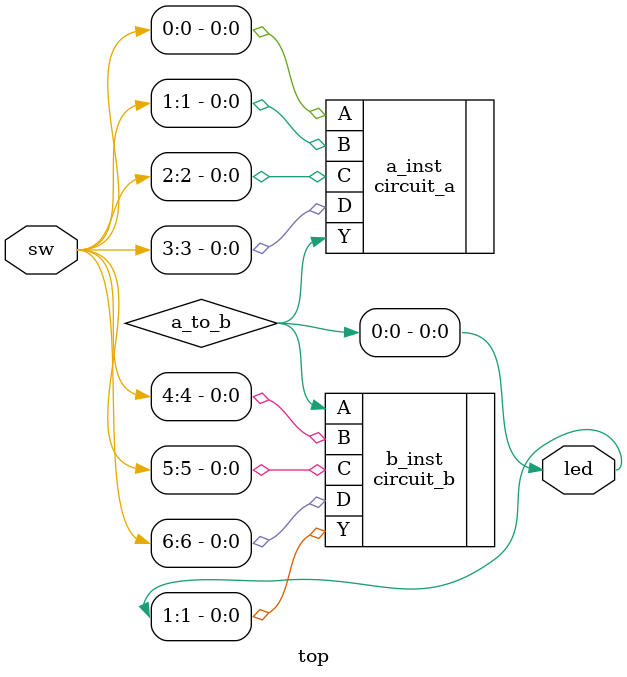
<source format=v>
module top(
    input [6:0] sw,
    output [1:0] led
);

	wire a_to_b;

circuit_a a_inst(
	.A(sw[0]),
	.B(sw[1]),
	.C(sw[2]),
	.D(sw[3]),
	.Y(a_to_b)
);


assign led[0] = a_to_b ;

circuit_b b_inst(
	.A(a_to_b),
	.B(sw[4]),
	.C(sw[5]),
	.D(sw[6]),
	.Y(led[1])
);

endmodule
</source>
